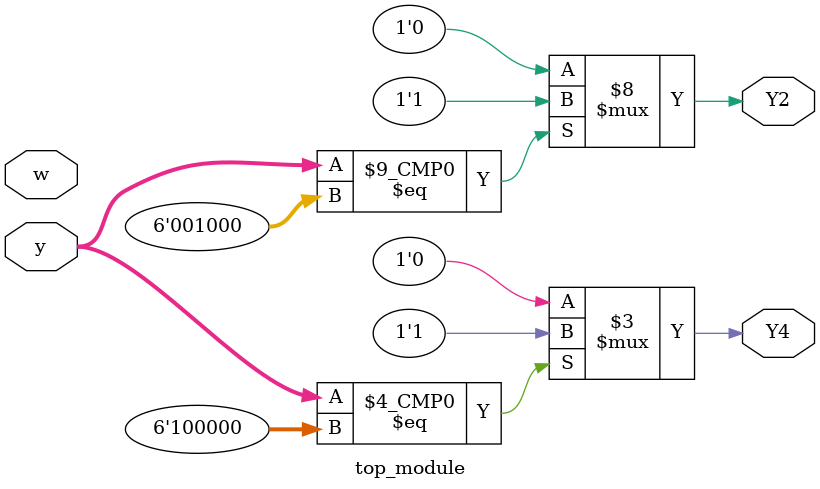
<source format=sv>
module top_module (
    input [6:1] y,
    input w,
    output reg Y2,
    output reg Y4
);

    always @(y) begin
        case(y)
            6'b000001: begin
                Y2 <= 1'b0;
                Y4 <= 1'b0;
            end
            6'b000010: begin
                Y2 <= 1'b0;
                Y4 <= 1'b0;
            end
            6'b000100: begin
                Y2 <= 1'b0;
                Y4 <= 1'b0;
            end
            6'b001000: begin
                Y2 <= 1'b1;
                Y4 <= 1'b0;
            end
            6'b010000: begin
                Y2 <= 1'b0;
                Y4 <= 1'b0;
            end
            6'b100000: begin
                Y2 <= 1'b0;
                Y4 <= 1'b1;
            end
            default: begin
                Y2 <= 1'b0;
                Y4 <= 1'b0;
            end
        endcase
    end

endmodule

</source>
